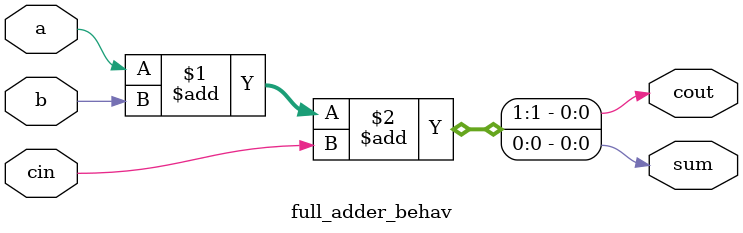
<source format=v>
module full_adder_behav (
  a,
  b,
  cin,
  sum,
  cout
);

  input   a;
  input   b;
  input   cin;
  output  sum;
  output  cout;

  wire    sum;
  wire    cout;

  assign { cout, sum } = a + b + cin;

endmodule


</source>
